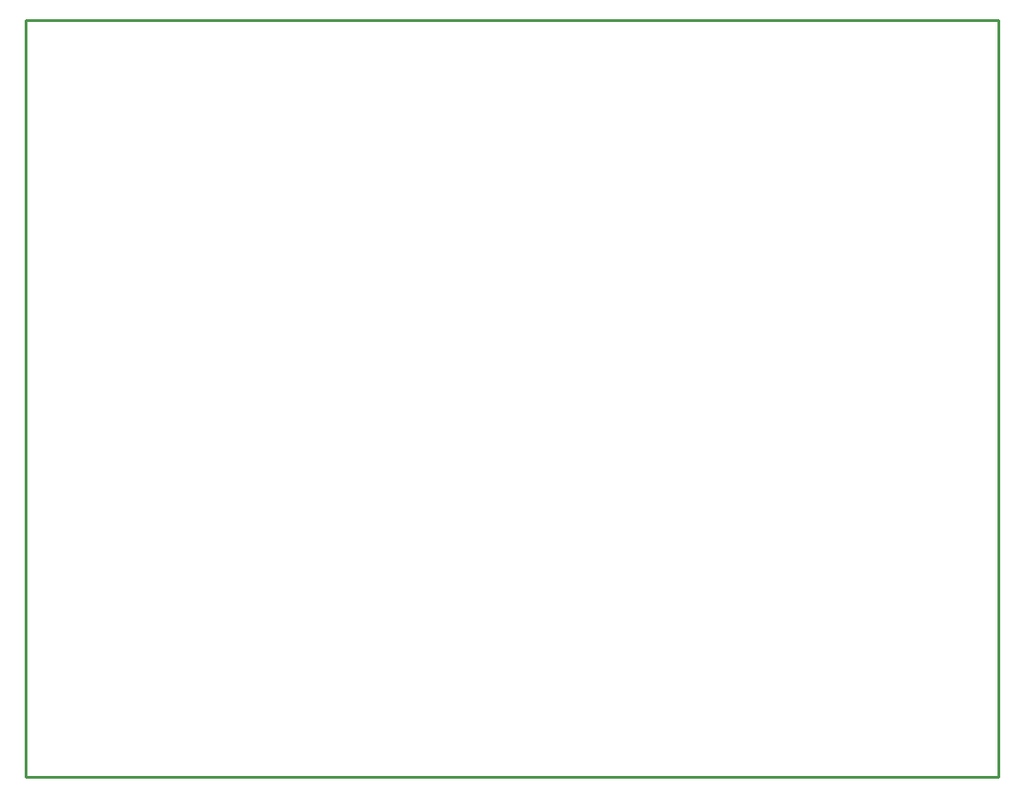
<source format=gko>
G04 Layer: BoardOutlineLayer*
G04 EasyEDA v6.5.42, 2024-04-20 17:29:38*
G04 88c8a89ba0d84e72ac533820636c5c94,79741c9dc20a42bbb4667d943d95035a,10*
G04 Gerber Generator version 0.2*
G04 Scale: 100 percent, Rotated: No, Reflected: No *
G04 Dimensions in inches *
G04 leading zeros omitted , absolute positions ,3 integer and 6 decimal *
%FSLAX36Y36*%
%MOIN*%

%ADD10C,0.0100*%
D10*
X3200000Y0D02*
G01*
X1650000Y0D01*
X100000Y0D01*
X0Y0D02*
G01*
X0Y2450000D01*
X100000Y0D02*
G01*
X0Y0D01*
X0Y2450000D02*
G01*
X0Y2755900D01*
X3543299Y2755900D01*
X3543299Y2206700D01*
X3543299Y343299D01*
X3543299Y0D01*
X3200000Y0D01*

%LPD*%
M02*

</source>
